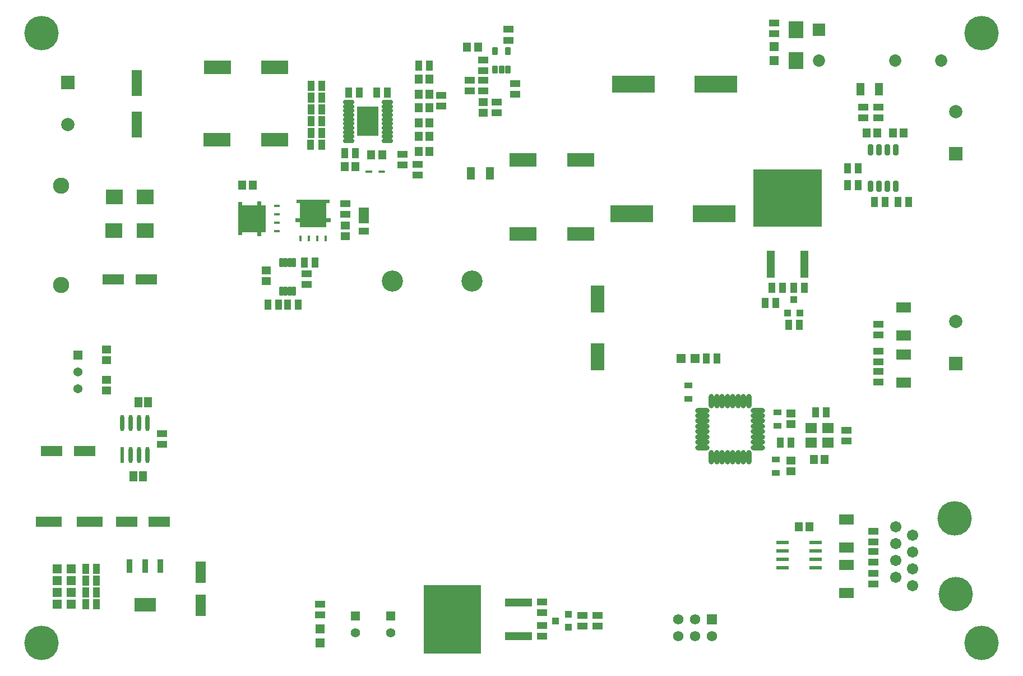
<source format=gts>
%FSLAX23Y23*%
%MOIN*%
%SFA1B1*%

%IPPOS*%
%AMD33*
4,1,8,-0.011800,0.036900,-0.011800,-0.036900,0.000000,-0.048800,0.000000,-0.048800,0.011800,-0.036900,0.011800,0.036900,0.000000,0.048800,0.000000,0.048800,-0.011800,0.036900,0.0*
1,1,0.023680,0.000000,0.036900*
1,1,0.023680,0.000000,-0.036900*
1,1,0.023680,0.000000,-0.036900*
1,1,0.023680,0.000000,0.036900*
%
%AMD44*
4,1,8,0.012100,0.007700,-0.012100,0.007700,-0.019800,0.000000,-0.019800,0.000000,-0.012100,-0.007700,0.012100,-0.007700,0.019800,0.000000,0.019800,0.000000,0.012100,0.007700,0.0*
1,1,0.015460,0.012100,0.000000*
1,1,0.015460,-0.012100,0.000000*
1,1,0.015460,-0.012100,0.000000*
1,1,0.015460,0.012100,0.000000*
%
%AMD62*
4,1,8,-0.009800,-0.023700,0.009800,-0.023700,0.015800,-0.017700,0.015800,0.017700,0.009800,0.023700,-0.009800,0.023700,-0.015800,0.017700,-0.015800,-0.017700,-0.009800,-0.023700,0.0*
1,1,0.012020,-0.009800,-0.017700*
1,1,0.012020,0.009800,-0.017700*
1,1,0.012020,0.009800,0.017700*
1,1,0.012020,-0.009800,0.017700*
%
%AMD68*
4,1,8,-0.009800,-0.032500,0.009800,-0.032500,0.015800,-0.026500,0.015800,0.026500,0.009800,0.032500,-0.009800,0.032500,-0.015800,0.026500,-0.015800,-0.026500,-0.009800,-0.032500,0.0*
1,1,0.012020,-0.009800,-0.026500*
1,1,0.012020,0.009800,-0.026500*
1,1,0.012020,0.009800,0.026500*
1,1,0.012020,-0.009800,0.026500*
%
%AMD69*
4,1,8,-0.006900,-0.026600,0.006900,-0.026600,0.012900,-0.020700,0.012900,0.020700,0.006900,0.026600,-0.006900,0.026600,-0.012900,0.020700,-0.012900,-0.020700,-0.006900,-0.026600,0.0*
1,1,0.011900,-0.006900,-0.020700*
1,1,0.011900,0.006900,-0.020700*
1,1,0.011900,0.006900,0.020700*
1,1,0.011900,-0.006900,0.020700*
%
%AMD74*
4,1,8,-0.026300,-0.012100,0.026300,-0.012100,0.032300,-0.006000,0.032300,0.006000,0.026300,0.012100,-0.026300,0.012100,-0.032300,0.006000,-0.032300,-0.006000,-0.026300,-0.012100,0.0*
1,1,0.012040,-0.026300,-0.006000*
1,1,0.012040,0.026300,-0.006000*
1,1,0.012040,0.026300,0.006000*
1,1,0.012040,-0.026300,0.006000*
%
%ADD17R,0.051360X0.057330*%
%ADD18R,0.057330X0.051360*%
%ADD19R,0.066930X0.059060*%
%ADD21R,0.157480X0.062990*%
%ADD23R,0.062990X0.125980*%
%ADD24R,0.047490X0.037650*%
%ADD25R,0.085830X0.063780*%
%ADD26R,0.086610X0.098430*%
%ADD31R,0.077950X0.020870*%
%ADD32R,0.023670X0.097520*%
G04~CAMADD=33~8~0.0~0.0~975.2~236.7~118.4~0.0~15~0.0~0.0~0.0~0.0~0~0.0~0.0~0.0~0.0~0~0.0~0.0~0.0~90.0~238.0~975.0*
%ADD33D33*%
%ADD34R,0.037400X0.084650*%
%ADD35R,0.127950X0.084650*%
%ADD40R,0.255910X0.102360*%
%ADD41R,0.255910X0.098430*%
%ADD42R,0.161420X0.078740*%
%ADD43R,0.039590X0.015450*%
G04~CAMADD=44~8~0.0~0.0~395.9~154.5~77.3~0.0~15~0.0~0.0~0.0~0.0~0~0.0~0.0~0.0~0.0~0~0.0~0.0~0.0~0.0~395.9~154.5*
%ADD44D44*%
%ADD45R,0.059060X0.094490*%
%ADD46R,0.059060X0.041340*%
%ADD47R,0.016140X0.032280*%
%ADD48C,0.143890*%
%ADD53R,0.125980X0.062990*%
%ADD54R,0.032280X0.016140*%
%ADD55R,0.078740X0.161420*%
%ADD60R,0.098430X0.086610*%
%ADD61R,0.062990X0.157480*%
G04~CAMADD=62~8~0.0~0.0~316.2~473.7~60.1~0.0~15~0.0~0.0~0.0~0.0~0~0.0~0.0~0.0~0.0~0~0.0~0.0~0.0~180.0~317.0~474.0*
%ADD62D62*%
%ADD63R,0.051310X0.061150*%
%ADD64R,0.055240X0.055240*%
%ADD65R,0.338710X0.405640*%
%ADD66R,0.159580X0.045400*%
%ADD67R,0.043430X0.039500*%
G04~CAMADD=68~8~0.0~0.0~316.2~650.9~60.1~0.0~15~0.0~0.0~0.0~0.0~0~0.0~0.0~0.0~0.0~0~0.0~0.0~0.0~180.0~316.0~650.0*
%ADD68D68*%
G04~CAMADD=69~8~0.0~0.0~257.2~532.8~59.5~0.0~15~0.0~0.0~0.0~0.0~0~0.0~0.0~0.0~0.0~0~0.0~0.0~0.0~180.0~258.0~533.0*
%ADD69D69*%
%ADD70O,0.031620X0.084770*%
%ADD71O,0.084770X0.031620*%
%ADD72R,0.051310X0.072960*%
%ADD73R,0.061150X0.041470*%
G04~CAMADD=74~8~0.0~0.0~646.9~241.4~60.2~0.0~15~0.0~0.0~0.0~0.0~0~0.0~0.0~0.0~0.0~0~0.0~0.0~0.0~180.0~648.0~242.0*
%ADD74D74*%
%ADD75R,0.126110X0.173350*%
%ADD76R,0.041470X0.061150*%
%ADD77R,0.055240X0.055240*%
%ADD78R,0.039500X0.043430*%
%ADD79R,0.045400X0.159580*%
%ADD80R,0.405640X0.338710*%
%ADD81R,0.078870X0.078870*%
%ADD82C,0.078870*%
%ADD83R,0.055120X0.055120*%
%ADD84C,0.055120*%
%ADD85R,0.061810X0.061810*%
%ADD86C,0.061810*%
%ADD87C,0.072960*%
%ADD88R,0.072960X0.072960*%
%ADD89C,0.096580*%
%ADD90C,0.067060*%
%ADD91C,0.204850*%
%ADD92R,0.053980X0.053980*%
%ADD93C,0.053980*%
%ADD94C,0.126110*%
%LNpcb1-1*%
%LPD*%
G36*
X2542Y3769D02*
X2569D01*
Y3690*
Y3610*
X2542*
Y3586*
X2517*
Y3610*
X2427*
Y3591*
X2406*
Y3788*
X2427*
Y3769*
X2517*
Y3793*
X2542*
Y3769*
G37*
G36*
X2948Y3782D02*
X2929D01*
Y3692*
X2953*
Y3667*
X2929*
Y3640*
X2770*
Y3667*
X2746*
Y3692*
X2770*
Y3782*
X2751*
Y3803*
X2948*
Y3782*
G37*
G54D17*
X3101Y4000D03*
X3038D03*
X3478Y4090D03*
X3541D03*
X3478Y4520D03*
X3541D03*
X3478Y4430D03*
X3541D03*
X3478Y4350D03*
X3541D03*
X3478Y4260D03*
X3541D03*
X3478Y4180D03*
X3541D03*
X3766Y4710D03*
X3830D03*
X2491Y3890D03*
X2428D03*
X3196Y4070D03*
X3260D03*
X5891Y2260D03*
X5828D03*
X6298Y4200D03*
X6361D03*
X6140D03*
X6203D03*
X5801Y1860D03*
X5738D03*
G54D18*
X3860Y4381D03*
Y4318D03*
X3040Y3584D03*
Y3648D03*
X2570Y3383D03*
Y3320D03*
X5690Y2188D03*
Y2251D03*
Y2531D03*
Y2468D03*
X1620Y2668D03*
Y2731D03*
Y2911D03*
Y2848D03*
G54D19*
X5810Y2446D03*
X5910Y2360D03*
X5810D03*
X5910Y2446D03*
G54D21*
X1277Y1890D03*
X1522D03*
G54D23*
X2180Y1588D03*
Y1391D03*
G54D24*
X5080Y2700D03*
Y2619D03*
X5600Y2179D03*
Y2260D03*
X5610Y2540D03*
Y2459D03*
G54D25*
X6360Y2996D03*
Y3163D03*
Y2883D03*
Y2716D03*
X6020Y1903D03*
Y1736D03*
Y1633D03*
Y1466D03*
G54D26*
X5720Y4627D03*
Y4812D03*
G54D31*
X5642Y1765D03*
Y1715D03*
Y1665D03*
Y1615D03*
X5837D03*
Y1665D03*
Y1715D03*
Y1765D03*
G54D32*
X1715Y2285D03*
G54D33*
X1765Y2285D03*
X1815D03*
X1865D03*
Y2475D03*
X1815D03*
X1765D03*
X1715D03*
G54D34*
X1940Y1624D03*
X1850D03*
X1759D03*
G54D35*
X1850Y1395D03*
G54D40*
X4753Y4490D03*
X4743Y3720D03*
G54D41*
X5246Y4490D03*
X5236Y3720D03*
G54D42*
X2621Y4160D03*
X2278D03*
X2622Y4590D03*
X2280D03*
X4441Y3600D03*
X4098D03*
X4441Y4040D03*
X4098D03*
G54D43*
X3180Y3970D03*
G54D44*
X3259Y3970D03*
G54D45*
X3150Y3710D03*
G54D46*
X3150Y3616D03*
G54D47*
X2775Y3573D03*
X2825D03*
X2875D03*
X2925D03*
G54D48*
X2850Y3721D03*
X2488Y3690D03*
G54D53*
X1936Y1890D03*
X1740D03*
X1293Y2310D03*
X1490D03*
X1661Y3330D03*
X1858D03*
G54D54*
X2636Y3615D03*
Y3665D03*
Y3715D03*
Y3765D03*
G54D55*
X4540Y2868D03*
Y3211D03*
G54D60*
X1664Y3620D03*
X1850D03*
X1667Y3820D03*
X1852D03*
G54D61*
X1800Y4250D03*
Y4494D03*
G54D62*
X3932Y4684D03*
X4007D03*
Y4575D03*
X3970D03*
X3932D03*
G54D63*
X1867Y2600D03*
X1812D03*
X1837Y2160D03*
X1782D03*
G54D64*
X1328Y1610D03*
X1411D03*
X5121Y2860D03*
X5038D03*
X1328Y1470D03*
X1411D03*
X1328Y1540D03*
X1411D03*
X1328Y1400D03*
X1411D03*
G54D65*
X3678Y1310D03*
G54D66*
X4070Y1210D03*
Y1410D03*
G54D67*
X4290Y1300D03*
X4369Y1262D03*
Y1337D03*
G54D68*
X6165Y3882D03*
X6215D03*
X6265D03*
X6315D03*
X6165Y4097D03*
X6215D03*
X6265D03*
X6315D03*
G54D69*
X2736Y3427D03*
X2711D03*
X2685D03*
X2660D03*
X2711Y3260D03*
X2685D03*
X2660D03*
X2736D03*
G54D70*
X5219Y2606D03*
X5440Y2273D03*
X5251Y2606D03*
X5440D03*
X5408D03*
X5377D03*
X5345D03*
X5314D03*
X5282D03*
X5219Y2273D03*
X5251D03*
X5282D03*
X5314D03*
X5345D03*
X5377D03*
X5408D03*
G54D71*
X5496Y2329D03*
Y2361D03*
Y2392D03*
Y2424D03*
Y2455D03*
Y2487D03*
Y2518D03*
Y2550D03*
X5163D03*
Y2518D03*
Y2487D03*
Y2455D03*
Y2424D03*
Y2392D03*
Y2361D03*
Y2329D03*
G54D72*
X3900Y3960D03*
X3787D03*
X6216Y4460D03*
X6103D03*
G54D73*
X3470Y4012D03*
Y3947D03*
X3940Y4317D03*
Y4382D03*
X4010Y4814D03*
Y4750D03*
X3860Y4567D03*
Y4632D03*
X3780Y4512D03*
Y4447D03*
X4050Y4492D03*
Y4427D03*
X3610Y4422D03*
Y4357D03*
X3380Y4007D03*
Y4072D03*
X3860Y4512D03*
Y4447D03*
X3040Y3714D03*
Y3779D03*
X4450Y1267D03*
Y1332D03*
X4540Y1267D03*
Y1332D03*
X2810Y3362D03*
Y3297D03*
X6020Y2367D03*
Y2432D03*
X6180Y1712D03*
Y1647D03*
X5590Y4852D03*
Y4787D03*
X1950Y2412D03*
Y2347D03*
X4210Y1207D03*
Y1272D03*
Y1347D03*
Y1412D03*
X6180Y1582D03*
Y1517D03*
Y1832D03*
Y1767D03*
X6210Y2782D03*
Y2717D03*
X2890Y1400D03*
Y1335D03*
X6210Y4352D03*
Y4287D03*
Y2837D03*
Y2902D03*
Y2997D03*
Y3062D03*
X6120Y4352D03*
Y4287D03*
G54D74*
X3290Y4152D03*
Y4177D03*
Y4203D03*
Y4228D03*
Y4254D03*
Y4280D03*
Y4305D03*
Y4331D03*
Y4356D03*
Y4382D03*
X3062D03*
Y4356D03*
Y4331D03*
Y4305D03*
Y4280D03*
Y4254D03*
Y4228D03*
Y4203D03*
Y4177D03*
Y4152D03*
G54D75*
X3176Y4267D03*
G54D76*
X2837Y4410D03*
X2902D03*
Y4340D03*
X2837D03*
X3124Y4440D03*
X3060D03*
X2902Y4200D03*
X2837D03*
Y4480D03*
X2902D03*
X3542Y4600D03*
X3477D03*
X5252Y2860D03*
X5187D03*
X3292Y4440D03*
X3227D03*
X1562Y1610D03*
X1497D03*
X2900Y4130D03*
X2835D03*
X3037Y4080D03*
X3102D03*
X2580Y3180D03*
X2644D03*
X2862Y3430D03*
X2797D03*
X5902Y2540D03*
X5837D03*
X2762Y3180D03*
X2697D03*
X2902Y4270D03*
X2837D03*
X5627Y2360D03*
X5692D03*
X5742Y3060D03*
X5677D03*
X1562Y1540D03*
X1497D03*
X6092Y3990D03*
X6027D03*
X1562Y1400D03*
X1497D03*
X1562Y1470D03*
X1497D03*
X6092Y3890D03*
X6027D03*
X5537Y3190D03*
X5602D03*
X5707Y3280D03*
X5772D03*
X6392Y3790D03*
X6327D03*
X5642Y3280D03*
X5577D03*
X6187Y3790D03*
X6252D03*
G54D77*
X2890Y1251D03*
Y1168D03*
X5590Y4628D03*
Y4711D03*
G54D78*
X5670Y3130D03*
X5744D03*
X5707Y3208D03*
G54D79*
X5570Y3419D03*
X5770D03*
G54D80*
X5670Y3811D03*
G54D81*
X6670Y4075D03*
X1390Y4500D03*
X6670Y2830D03*
G54D82*
X6670Y4325D03*
X1390Y4250D03*
X6670Y3080D03*
G54D83*
X3100Y1328D03*
X3311Y1329D03*
G54D84*
X3100Y1230D03*
X3311Y1230D03*
G54D85*
X5220Y1310D03*
G54D86*
X5120Y1310D03*
X5020D03*
X5220Y1210D03*
X5120D03*
X5020D03*
G54D87*
X5857Y4627D03*
X6310D03*
X6586D03*
G54D88*
X5857Y4812D03*
G54D89*
X1350Y3885D03*
Y3294D03*
G54D90*
X6313Y1758D03*
X6413Y1608D03*
X6313Y1658D03*
X6413Y1708D03*
Y1808D03*
X6313Y1858D03*
X6413Y1508D03*
X6313Y1558D03*
G54D91*
X6665Y1910D03*
X6670Y1460D03*
X1235Y4792D03*
Y1170D03*
X6825Y4792D03*
Y1170D03*
G54D92*
X1450Y2880D03*
G54D93*
X1450Y2780D03*
Y2680D03*
G54D94*
X3320Y3320D03*
X3793D03*
M02*
</source>
